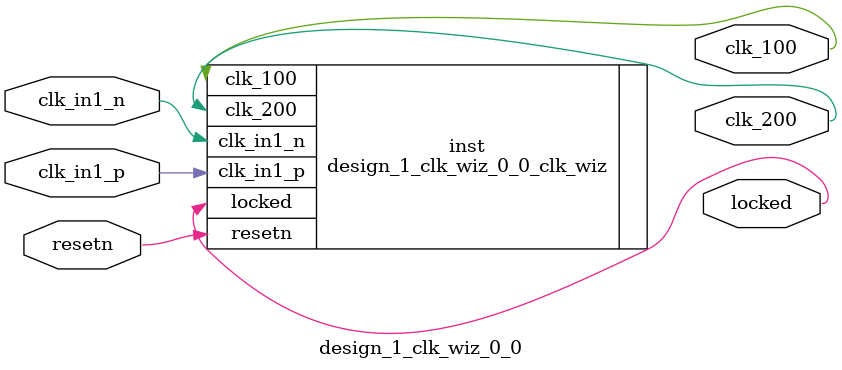
<source format=v>


`timescale 1ps/1ps

(* CORE_GENERATION_INFO = "design_1_clk_wiz_0_0,clk_wiz_v6_0_6_0_0,{component_name=design_1_clk_wiz_0_0,use_phase_alignment=true,use_min_o_jitter=false,use_max_i_jitter=false,use_dyn_phase_shift=false,use_inclk_switchover=false,use_dyn_reconfig=false,enable_axi=0,feedback_source=FDBK_AUTO,PRIMITIVE=MMCM,num_out_clk=2,clkin1_period=5.000,clkin2_period=10.0,use_power_down=false,use_reset=true,use_locked=true,use_inclk_stopped=false,feedback_type=SINGLE,CLOCK_MGR_TYPE=NA,manual_override=false}" *)

module design_1_clk_wiz_0_0 
 (
  // Clock out ports
  output        clk_200,
  output        clk_100,
  // Status and control signals
  input         resetn,
  output        locked,
 // Clock in ports
  input         clk_in1_p,
  input         clk_in1_n
 );

  design_1_clk_wiz_0_0_clk_wiz inst
  (
  // Clock out ports  
  .clk_200(clk_200),
  .clk_100(clk_100),
  // Status and control signals               
  .resetn(resetn), 
  .locked(locked),
 // Clock in ports
  .clk_in1_p(clk_in1_p),
  .clk_in1_n(clk_in1_n)
  );

endmodule

</source>
